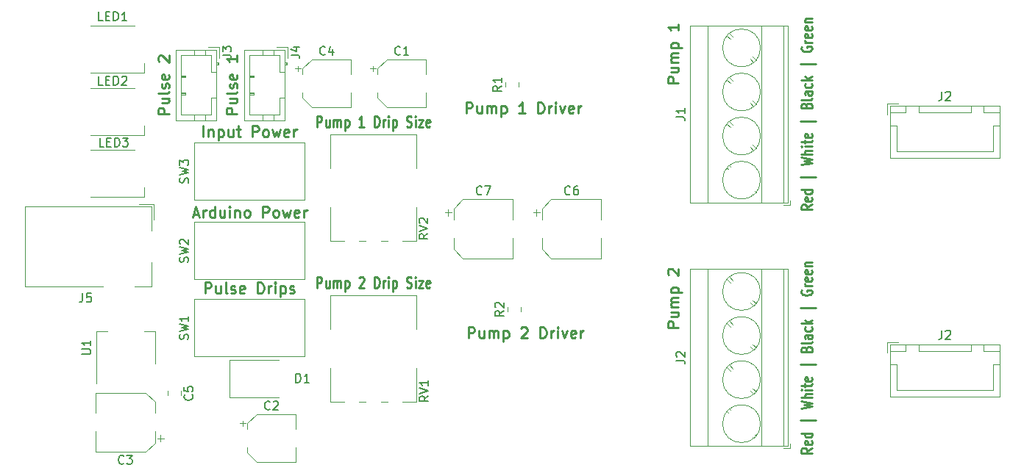
<source format=gto>
%MOIN*%
%OFA0B0*%
%FSLAX46Y46*%
%IPPOS*%
%LPD*%
%ADD10C,0.00984251968503937*%
%ADD11C,0.0047244094488188976*%
%ADD12C,0.005905511811023622*%
%ADD23C,0.0047244094488188976*%
%ADD24C,0.005905511811023622*%
%ADD25C,0.0047244094488188976*%
%ADD26C,0.005905511811023622*%
G01*
D10*
X0003582262Y0000159745D02*
X0003558828Y0000146622D01*
X0003582262Y0000137248D02*
X0003533050Y0000137248D01*
X0003533050Y0000152246D01*
X0003535393Y0000155995D01*
X0003537737Y0000157870D01*
X0003542424Y0000159745D01*
X0003549454Y0000159745D01*
X0003554141Y0000157870D01*
X0003556484Y0000155995D01*
X0003558828Y0000152246D01*
X0003558828Y0000137248D01*
X0003579919Y0000191616D02*
X0003582262Y0000187866D01*
X0003582262Y0000180367D01*
X0003579919Y0000176618D01*
X0003575232Y0000174743D01*
X0003556484Y0000174743D01*
X0003551797Y0000176618D01*
X0003549454Y0000180367D01*
X0003549454Y0000187866D01*
X0003551797Y0000191616D01*
X0003556484Y0000193491D01*
X0003561171Y0000193491D01*
X0003565858Y0000174743D01*
X0003582262Y0000227237D02*
X0003533050Y0000227237D01*
X0003579919Y0000227237D02*
X0003582262Y0000223487D01*
X0003582262Y0000215988D01*
X0003579919Y0000212238D01*
X0003577575Y0000210364D01*
X0003572888Y0000208489D01*
X0003558828Y0000208489D01*
X0003554141Y0000210364D01*
X0003551797Y0000212238D01*
X0003549454Y0000215988D01*
X0003549454Y0000223487D01*
X0003551797Y0000227237D01*
X0003598667Y0000285354D02*
X0003528363Y0000285354D01*
X0003533050Y0000339722D02*
X0003582262Y0000349096D01*
X0003547110Y0000356595D01*
X0003582262Y0000364094D01*
X0003533050Y0000373468D01*
X0003582262Y0000388466D02*
X0003533050Y0000388466D01*
X0003582262Y0000405339D02*
X0003556484Y0000405339D01*
X0003551797Y0000403465D01*
X0003549454Y0000399715D01*
X0003549454Y0000394091D01*
X0003551797Y0000390341D01*
X0003554141Y0000388466D01*
X0003582262Y0000424087D02*
X0003549454Y0000424087D01*
X0003533050Y0000424087D02*
X0003535393Y0000422212D01*
X0003537737Y0000424087D01*
X0003535393Y0000425962D01*
X0003533050Y0000424087D01*
X0003537737Y0000424087D01*
X0003549454Y0000437210D02*
X0003549454Y0000452208D01*
X0003533050Y0000442835D02*
X0003575232Y0000442835D01*
X0003579919Y0000444709D01*
X0003582262Y0000448459D01*
X0003582262Y0000452208D01*
X0003579919Y0000480330D02*
X0003582262Y0000476580D01*
X0003582262Y0000469081D01*
X0003579919Y0000465332D01*
X0003575232Y0000463457D01*
X0003556484Y0000463457D01*
X0003551797Y0000465332D01*
X0003549454Y0000469081D01*
X0003549454Y0000476580D01*
X0003551797Y0000480330D01*
X0003556484Y0000482205D01*
X0003561171Y0000482205D01*
X0003565858Y0000463457D01*
X0003598667Y0000538448D02*
X0003528363Y0000538448D01*
X0003556484Y0000609689D02*
X0003558828Y0000615313D01*
X0003561171Y0000617188D01*
X0003565858Y0000619063D01*
X0003572888Y0000619063D01*
X0003577575Y0000617188D01*
X0003579919Y0000615313D01*
X0003582262Y0000611564D01*
X0003582262Y0000596565D01*
X0003533050Y0000596565D01*
X0003533050Y0000609689D01*
X0003535393Y0000613438D01*
X0003537737Y0000615313D01*
X0003542424Y0000617188D01*
X0003547110Y0000617188D01*
X0003551797Y0000615313D01*
X0003554141Y0000613438D01*
X0003556484Y0000609689D01*
X0003556484Y0000596565D01*
X0003582262Y0000641560D02*
X0003579919Y0000637810D01*
X0003575232Y0000635935D01*
X0003533050Y0000635935D01*
X0003582262Y0000673431D02*
X0003556484Y0000673431D01*
X0003551797Y0000671556D01*
X0003549454Y0000667806D01*
X0003549454Y0000660307D01*
X0003551797Y0000656558D01*
X0003579919Y0000673431D02*
X0003582262Y0000669681D01*
X0003582262Y0000660307D01*
X0003579919Y0000656558D01*
X0003575232Y0000654683D01*
X0003570545Y0000654683D01*
X0003565858Y0000656558D01*
X0003563515Y0000660307D01*
X0003563515Y0000669681D01*
X0003561171Y0000673431D01*
X0003579919Y0000709051D02*
X0003582262Y0000705302D01*
X0003582262Y0000697803D01*
X0003579919Y0000694053D01*
X0003577575Y0000692178D01*
X0003572888Y0000690304D01*
X0003558828Y0000690304D01*
X0003554141Y0000692178D01*
X0003551797Y0000694053D01*
X0003549454Y0000697803D01*
X0003549454Y0000705302D01*
X0003551797Y0000709051D01*
X0003582262Y0000725924D02*
X0003533050Y0000725924D01*
X0003563515Y0000729674D02*
X0003582262Y0000740922D01*
X0003549454Y0000740922D02*
X0003568202Y0000725924D01*
X0003598667Y0000797165D02*
X0003528363Y0000797165D01*
X0003535393Y0000875905D02*
X0003533050Y0000872156D01*
X0003533050Y0000866532D01*
X0003535393Y0000860907D01*
X0003540080Y0000857158D01*
X0003544767Y0000855283D01*
X0003554141Y0000853408D01*
X0003561171Y0000853408D01*
X0003570545Y0000855283D01*
X0003575232Y0000857158D01*
X0003579919Y0000860907D01*
X0003582262Y0000866532D01*
X0003582262Y0000870281D01*
X0003579919Y0000875905D01*
X0003577575Y0000877780D01*
X0003561171Y0000877780D01*
X0003561171Y0000870281D01*
X0003582262Y0000894653D02*
X0003549454Y0000894653D01*
X0003558828Y0000894653D02*
X0003554141Y0000896528D01*
X0003551797Y0000898403D01*
X0003549454Y0000902152D01*
X0003549454Y0000905902D01*
X0003579919Y0000934023D02*
X0003582262Y0000930274D01*
X0003582262Y0000922775D01*
X0003579919Y0000919025D01*
X0003575232Y0000917150D01*
X0003556484Y0000917150D01*
X0003551797Y0000919025D01*
X0003549454Y0000922775D01*
X0003549454Y0000930274D01*
X0003551797Y0000934023D01*
X0003556484Y0000935898D01*
X0003561171Y0000935898D01*
X0003565858Y0000917150D01*
X0003579919Y0000967769D02*
X0003582262Y0000964019D01*
X0003582262Y0000956520D01*
X0003579919Y0000952771D01*
X0003575232Y0000950896D01*
X0003556484Y0000950896D01*
X0003551797Y0000952771D01*
X0003549454Y0000956520D01*
X0003549454Y0000964019D01*
X0003551797Y0000967769D01*
X0003556484Y0000969644D01*
X0003561171Y0000969644D01*
X0003565858Y0000950896D01*
X0003549454Y0000986517D02*
X0003582262Y0000986517D01*
X0003554141Y0000986517D02*
X0003551797Y0000988391D01*
X0003549454Y0000992141D01*
X0003549454Y0000997765D01*
X0003551797Y0001001515D01*
X0003556484Y0001003390D01*
X0003582262Y0001003390D01*
X0003582262Y0001264745D02*
X0003558828Y0001251622D01*
X0003582262Y0001242248D02*
X0003533050Y0001242248D01*
X0003533050Y0001257246D01*
X0003535393Y0001260995D01*
X0003537737Y0001262870D01*
X0003542424Y0001264745D01*
X0003549454Y0001264745D01*
X0003554141Y0001262870D01*
X0003556484Y0001260995D01*
X0003558828Y0001257246D01*
X0003558828Y0001242248D01*
X0003579919Y0001296616D02*
X0003582262Y0001292866D01*
X0003582262Y0001285367D01*
X0003579919Y0001281618D01*
X0003575232Y0001279743D01*
X0003556484Y0001279743D01*
X0003551797Y0001281618D01*
X0003549454Y0001285367D01*
X0003549454Y0001292866D01*
X0003551797Y0001296616D01*
X0003556484Y0001298491D01*
X0003561171Y0001298491D01*
X0003565858Y0001279743D01*
X0003582262Y0001332237D02*
X0003533050Y0001332237D01*
X0003579919Y0001332237D02*
X0003582262Y0001328487D01*
X0003582262Y0001320988D01*
X0003579919Y0001317238D01*
X0003577575Y0001315364D01*
X0003572888Y0001313489D01*
X0003558828Y0001313489D01*
X0003554141Y0001315364D01*
X0003551797Y0001317238D01*
X0003549454Y0001320988D01*
X0003549454Y0001328487D01*
X0003551797Y0001332237D01*
X0003598667Y0001390354D02*
X0003528363Y0001390354D01*
X0003533050Y0001444722D02*
X0003582262Y0001454096D01*
X0003547110Y0001461595D01*
X0003582262Y0001469094D01*
X0003533050Y0001478468D01*
X0003582262Y0001493466D02*
X0003533050Y0001493466D01*
X0003582262Y0001510339D02*
X0003556484Y0001510339D01*
X0003551797Y0001508465D01*
X0003549454Y0001504715D01*
X0003549454Y0001499091D01*
X0003551797Y0001495341D01*
X0003554141Y0001493466D01*
X0003582262Y0001529087D02*
X0003549454Y0001529087D01*
X0003533050Y0001529087D02*
X0003535393Y0001527212D01*
X0003537737Y0001529087D01*
X0003535393Y0001530962D01*
X0003533050Y0001529087D01*
X0003537737Y0001529087D01*
X0003549454Y0001542210D02*
X0003549454Y0001557208D01*
X0003533050Y0001547835D02*
X0003575232Y0001547835D01*
X0003579919Y0001549709D01*
X0003582262Y0001553459D01*
X0003582262Y0001557208D01*
X0003579919Y0001585330D02*
X0003582262Y0001581580D01*
X0003582262Y0001574081D01*
X0003579919Y0001570332D01*
X0003575232Y0001568457D01*
X0003556484Y0001568457D01*
X0003551797Y0001570332D01*
X0003549454Y0001574081D01*
X0003549454Y0001581580D01*
X0003551797Y0001585330D01*
X0003556484Y0001587205D01*
X0003561171Y0001587205D01*
X0003565858Y0001568457D01*
X0003598667Y0001643448D02*
X0003528363Y0001643448D01*
X0003556484Y0001714689D02*
X0003558828Y0001720313D01*
X0003561171Y0001722188D01*
X0003565858Y0001724063D01*
X0003572888Y0001724063D01*
X0003577575Y0001722188D01*
X0003579919Y0001720313D01*
X0003582262Y0001716564D01*
X0003582262Y0001701565D01*
X0003533050Y0001701565D01*
X0003533050Y0001714689D01*
X0003535393Y0001718438D01*
X0003537737Y0001720313D01*
X0003542424Y0001722188D01*
X0003547110Y0001722188D01*
X0003551797Y0001720313D01*
X0003554141Y0001718438D01*
X0003556484Y0001714689D01*
X0003556484Y0001701565D01*
X0003582262Y0001746560D02*
X0003579919Y0001742810D01*
X0003575232Y0001740935D01*
X0003533050Y0001740935D01*
X0003582262Y0001778431D02*
X0003556484Y0001778431D01*
X0003551797Y0001776556D01*
X0003549454Y0001772806D01*
X0003549454Y0001765307D01*
X0003551797Y0001761558D01*
X0003579919Y0001778431D02*
X0003582262Y0001774681D01*
X0003582262Y0001765307D01*
X0003579919Y0001761558D01*
X0003575232Y0001759683D01*
X0003570545Y0001759683D01*
X0003565858Y0001761558D01*
X0003563515Y0001765307D01*
X0003563515Y0001774681D01*
X0003561171Y0001778431D01*
X0003579919Y0001814051D02*
X0003582262Y0001810302D01*
X0003582262Y0001802803D01*
X0003579919Y0001799053D01*
X0003577575Y0001797178D01*
X0003572888Y0001795304D01*
X0003558828Y0001795304D01*
X0003554141Y0001797178D01*
X0003551797Y0001799053D01*
X0003549454Y0001802803D01*
X0003549454Y0001810302D01*
X0003551797Y0001814051D01*
X0003582262Y0001830924D02*
X0003533050Y0001830924D01*
X0003563515Y0001834674D02*
X0003582262Y0001845922D01*
X0003549454Y0001845922D02*
X0003568202Y0001830924D01*
X0003598667Y0001902165D02*
X0003528363Y0001902165D01*
X0003535393Y0001980905D02*
X0003533050Y0001977156D01*
X0003533050Y0001971532D01*
X0003535393Y0001965907D01*
X0003540080Y0001962158D01*
X0003544767Y0001960283D01*
X0003554141Y0001958408D01*
X0003561171Y0001958408D01*
X0003570545Y0001960283D01*
X0003575232Y0001962158D01*
X0003579919Y0001965907D01*
X0003582262Y0001971532D01*
X0003582262Y0001975281D01*
X0003579919Y0001980905D01*
X0003577575Y0001982780D01*
X0003561171Y0001982780D01*
X0003561171Y0001975281D01*
X0003582262Y0001999653D02*
X0003549454Y0001999653D01*
X0003558828Y0001999653D02*
X0003554141Y0002001528D01*
X0003551797Y0002003403D01*
X0003549454Y0002007152D01*
X0003549454Y0002010902D01*
X0003579919Y0002039023D02*
X0003582262Y0002035274D01*
X0003582262Y0002027775D01*
X0003579919Y0002024025D01*
X0003575232Y0002022150D01*
X0003556484Y0002022150D01*
X0003551797Y0002024025D01*
X0003549454Y0002027775D01*
X0003549454Y0002035274D01*
X0003551797Y0002039023D01*
X0003556484Y0002040898D01*
X0003561171Y0002040898D01*
X0003565858Y0002022150D01*
X0003579919Y0002072769D02*
X0003582262Y0002069019D01*
X0003582262Y0002061520D01*
X0003579919Y0002057771D01*
X0003575232Y0002055896D01*
X0003556484Y0002055896D01*
X0003551797Y0002057771D01*
X0003549454Y0002061520D01*
X0003549454Y0002069019D01*
X0003551797Y0002072769D01*
X0003556484Y0002074644D01*
X0003561171Y0002074644D01*
X0003565858Y0002055896D01*
X0003549454Y0002091517D02*
X0003582262Y0002091517D01*
X0003554141Y0002091517D02*
X0003551797Y0002093391D01*
X0003549454Y0002097141D01*
X0003549454Y0002102765D01*
X0003551797Y0002106515D01*
X0003556484Y0002108390D01*
X0003582262Y0002108390D01*
X0001338669Y0000887056D02*
X0001338669Y0000936268D01*
X0001353667Y0000936268D01*
X0001357416Y0000933925D01*
X0001359291Y0000931582D01*
X0001361166Y0000926895D01*
X0001361166Y0000919864D01*
X0001359291Y0000915177D01*
X0001357416Y0000912834D01*
X0001353667Y0000910490D01*
X0001338669Y0000910490D01*
X0001394912Y0000919864D02*
X0001394912Y0000887056D01*
X0001378039Y0000919864D02*
X0001378039Y0000894086D01*
X0001379914Y0000889399D01*
X0001383663Y0000887056D01*
X0001389287Y0000887056D01*
X0001393037Y0000889399D01*
X0001394912Y0000891743D01*
X0001413659Y0000887056D02*
X0001413659Y0000919864D01*
X0001413659Y0000915177D02*
X0001415534Y0000917521D01*
X0001419284Y0000919864D01*
X0001424908Y0000919864D01*
X0001428658Y0000917521D01*
X0001430532Y0000912834D01*
X0001430532Y0000887056D01*
X0001430532Y0000912834D02*
X0001432407Y0000917521D01*
X0001436157Y0000919864D01*
X0001441781Y0000919864D01*
X0001445530Y0000917521D01*
X0001447405Y0000912834D01*
X0001447405Y0000887056D01*
X0001466153Y0000919864D02*
X0001466153Y0000870652D01*
X0001466153Y0000917521D02*
X0001469902Y0000919864D01*
X0001477401Y0000919864D01*
X0001481151Y0000917521D01*
X0001483026Y0000915177D01*
X0001484900Y0000910490D01*
X0001484900Y0000896430D01*
X0001483026Y0000891743D01*
X0001481151Y0000889399D01*
X0001477401Y0000887056D01*
X0001469902Y0000887056D01*
X0001466153Y0000889399D01*
X0001529895Y0000931582D02*
X0001531770Y0000933925D01*
X0001535519Y0000936268D01*
X0001544893Y0000936268D01*
X0001548643Y0000933925D01*
X0001550517Y0000931582D01*
X0001552392Y0000926895D01*
X0001552392Y0000922208D01*
X0001550517Y0000915177D01*
X0001528020Y0000887056D01*
X0001552392Y0000887056D01*
X0001599261Y0000887056D02*
X0001599261Y0000936268D01*
X0001608635Y0000936268D01*
X0001614259Y0000933925D01*
X0001618009Y0000929238D01*
X0001619884Y0000924551D01*
X0001621758Y0000915177D01*
X0001621758Y0000908147D01*
X0001619884Y0000898773D01*
X0001618009Y0000894086D01*
X0001614259Y0000889399D01*
X0001608635Y0000887056D01*
X0001599261Y0000887056D01*
X0001638631Y0000887056D02*
X0001638631Y0000919864D01*
X0001638631Y0000910490D02*
X0001640506Y0000915177D01*
X0001642381Y0000917521D01*
X0001646130Y0000919864D01*
X0001649880Y0000919864D01*
X0001663003Y0000887056D02*
X0001663003Y0000919864D01*
X0001663003Y0000936268D02*
X0001661128Y0000933925D01*
X0001663003Y0000931582D01*
X0001664878Y0000933925D01*
X0001663003Y0000936268D01*
X0001663003Y0000931582D01*
X0001681751Y0000919864D02*
X0001681751Y0000870652D01*
X0001681751Y0000917521D02*
X0001685500Y0000919864D01*
X0001693000Y0000919864D01*
X0001696749Y0000917521D01*
X0001698624Y0000915177D01*
X0001700499Y0000910490D01*
X0001700499Y0000896430D01*
X0001698624Y0000891743D01*
X0001696749Y0000889399D01*
X0001693000Y0000887056D01*
X0001685500Y0000887056D01*
X0001681751Y0000889399D01*
X0001745493Y0000889399D02*
X0001751117Y0000887056D01*
X0001760491Y0000887056D01*
X0001764241Y0000889399D01*
X0001766115Y0000891743D01*
X0001767990Y0000896430D01*
X0001767990Y0000901117D01*
X0001766115Y0000905803D01*
X0001764241Y0000908147D01*
X0001760491Y0000910490D01*
X0001752992Y0000912834D01*
X0001749242Y0000915177D01*
X0001747368Y0000917521D01*
X0001745493Y0000922208D01*
X0001745493Y0000926895D01*
X0001747368Y0000931582D01*
X0001749242Y0000933925D01*
X0001752992Y0000936268D01*
X0001762366Y0000936268D01*
X0001767990Y0000933925D01*
X0001784863Y0000887056D02*
X0001784863Y0000919864D01*
X0001784863Y0000936268D02*
X0001782988Y0000933925D01*
X0001784863Y0000931582D01*
X0001786738Y0000933925D01*
X0001784863Y0000936268D01*
X0001784863Y0000931582D01*
X0001799861Y0000919864D02*
X0001820484Y0000919864D01*
X0001799861Y0000887056D01*
X0001820484Y0000887056D01*
X0001850480Y0000889399D02*
X0001846730Y0000887056D01*
X0001839231Y0000887056D01*
X0001835482Y0000889399D01*
X0001833607Y0000894086D01*
X0001833607Y0000912834D01*
X0001835482Y0000917521D01*
X0001839231Y0000919864D01*
X0001846730Y0000919864D01*
X0001850480Y0000917521D01*
X0001852355Y0000912834D01*
X0001852355Y0000908147D01*
X0001833607Y0000903460D01*
X0002025219Y0000658902D02*
X0002025219Y0000708115D01*
X0002043967Y0000708115D01*
X0002048654Y0000705771D01*
X0002050997Y0000703428D01*
X0002053341Y0000698741D01*
X0002053341Y0000691711D01*
X0002050997Y0000687024D01*
X0002048654Y0000684680D01*
X0002043967Y0000682337D01*
X0002025219Y0000682337D01*
X0002095523Y0000691711D02*
X0002095523Y0000658902D01*
X0002074432Y0000691711D02*
X0002074432Y0000665933D01*
X0002076775Y0000661246D01*
X0002081462Y0000658902D01*
X0002088493Y0000658902D01*
X0002093179Y0000661246D01*
X0002095523Y0000663589D01*
X0002118957Y0000658902D02*
X0002118957Y0000691711D01*
X0002118957Y0000687024D02*
X0002121301Y0000689367D01*
X0002125988Y0000691711D01*
X0002133018Y0000691711D01*
X0002137705Y0000689367D01*
X0002140049Y0000684680D01*
X0002140049Y0000658902D01*
X0002140049Y0000684680D02*
X0002142392Y0000689367D01*
X0002147079Y0000691711D01*
X0002154109Y0000691711D01*
X0002158796Y0000689367D01*
X0002161140Y0000684680D01*
X0002161140Y0000658902D01*
X0002184574Y0000691711D02*
X0002184574Y0000642498D01*
X0002184574Y0000689367D02*
X0002189261Y0000691711D01*
X0002198635Y0000691711D01*
X0002203322Y0000689367D01*
X0002205665Y0000687024D01*
X0002208009Y0000682337D01*
X0002208009Y0000668276D01*
X0002205665Y0000663589D01*
X0002203322Y0000661246D01*
X0002198635Y0000658902D01*
X0002189261Y0000658902D01*
X0002184574Y0000661246D01*
X0002264252Y0000703428D02*
X0002266595Y0000705771D01*
X0002271282Y0000708115D01*
X0002282999Y0000708115D01*
X0002287686Y0000705771D01*
X0002290030Y0000703428D01*
X0002292373Y0000698741D01*
X0002292373Y0000694054D01*
X0002290030Y0000687024D01*
X0002261908Y0000658902D01*
X0002292373Y0000658902D01*
X0002350960Y0000658902D02*
X0002350960Y0000708115D01*
X0002362677Y0000708115D01*
X0002369707Y0000705771D01*
X0002374394Y0000701085D01*
X0002376738Y0000696398D01*
X0002379081Y0000687024D01*
X0002379081Y0000679993D01*
X0002376738Y0000670620D01*
X0002374394Y0000665933D01*
X0002369707Y0000661246D01*
X0002362677Y0000658902D01*
X0002350960Y0000658902D01*
X0002400172Y0000658902D02*
X0002400172Y0000691711D01*
X0002400172Y0000682337D02*
X0002402516Y0000687024D01*
X0002404859Y0000689367D01*
X0002409546Y0000691711D01*
X0002414233Y0000691711D01*
X0002430637Y0000658902D02*
X0002430637Y0000691711D01*
X0002430637Y0000708115D02*
X0002428294Y0000705771D01*
X0002430637Y0000703428D01*
X0002432981Y0000705771D01*
X0002430637Y0000708115D01*
X0002430637Y0000703428D01*
X0002449385Y0000691711D02*
X0002461102Y0000658902D01*
X0002472819Y0000691711D01*
X0002510315Y0000661246D02*
X0002505628Y0000658902D01*
X0002496254Y0000658902D01*
X0002491567Y0000661246D01*
X0002489224Y0000665933D01*
X0002489224Y0000684680D01*
X0002491567Y0000689367D01*
X0002496254Y0000691711D01*
X0002505628Y0000691711D01*
X0002510315Y0000689367D01*
X0002512658Y0000684680D01*
X0002512658Y0000679993D01*
X0002489224Y0000675306D01*
X0002533749Y0000658902D02*
X0002533749Y0000691711D01*
X0002533749Y0000682337D02*
X0002536093Y0000687024D01*
X0002538436Y0000689367D01*
X0002543123Y0000691711D01*
X0002547810Y0000691711D01*
X0002015219Y0001678902D02*
X0002015219Y0001728115D01*
X0002033967Y0001728115D01*
X0002038654Y0001725771D01*
X0002040997Y0001723428D01*
X0002043341Y0001718741D01*
X0002043341Y0001711711D01*
X0002040997Y0001707024D01*
X0002038654Y0001704680D01*
X0002033967Y0001702337D01*
X0002015219Y0001702337D01*
X0002085523Y0001711711D02*
X0002085523Y0001678902D01*
X0002064432Y0001711711D02*
X0002064432Y0001685933D01*
X0002066775Y0001681246D01*
X0002071462Y0001678902D01*
X0002078493Y0001678902D01*
X0002083179Y0001681246D01*
X0002085523Y0001683589D01*
X0002108957Y0001678902D02*
X0002108957Y0001711711D01*
X0002108957Y0001707024D02*
X0002111301Y0001709367D01*
X0002115988Y0001711711D01*
X0002123018Y0001711711D01*
X0002127705Y0001709367D01*
X0002130049Y0001704680D01*
X0002130049Y0001678902D01*
X0002130049Y0001704680D02*
X0002132392Y0001709367D01*
X0002137079Y0001711711D01*
X0002144109Y0001711711D01*
X0002148796Y0001709367D01*
X0002151140Y0001704680D01*
X0002151140Y0001678902D01*
X0002174574Y0001711711D02*
X0002174574Y0001662498D01*
X0002174574Y0001709367D02*
X0002179261Y0001711711D01*
X0002188635Y0001711711D01*
X0002193322Y0001709367D01*
X0002195665Y0001707024D01*
X0002198009Y0001702337D01*
X0002198009Y0001688276D01*
X0002195665Y0001683589D01*
X0002193322Y0001681246D01*
X0002188635Y0001678902D01*
X0002179261Y0001678902D01*
X0002174574Y0001681246D01*
X0002282373Y0001678902D02*
X0002254252Y0001678902D01*
X0002268313Y0001678902D02*
X0002268313Y0001728115D01*
X0002263626Y0001721085D01*
X0002258939Y0001716398D01*
X0002254252Y0001714054D01*
X0002340960Y0001678902D02*
X0002340960Y0001728115D01*
X0002352677Y0001728115D01*
X0002359707Y0001725771D01*
X0002364394Y0001721085D01*
X0002366738Y0001716398D01*
X0002369081Y0001707024D01*
X0002369081Y0001699993D01*
X0002366738Y0001690620D01*
X0002364394Y0001685933D01*
X0002359707Y0001681246D01*
X0002352677Y0001678902D01*
X0002340960Y0001678902D01*
X0002390172Y0001678902D02*
X0002390172Y0001711711D01*
X0002390172Y0001702337D02*
X0002392516Y0001707024D01*
X0002394859Y0001709367D01*
X0002399546Y0001711711D01*
X0002404233Y0001711711D01*
X0002420637Y0001678902D02*
X0002420637Y0001711711D01*
X0002420637Y0001728115D02*
X0002418294Y0001725771D01*
X0002420637Y0001723428D01*
X0002422981Y0001725771D01*
X0002420637Y0001728115D01*
X0002420637Y0001723428D01*
X0002439385Y0001711711D02*
X0002451102Y0001678902D01*
X0002462820Y0001711711D01*
X0002500315Y0001681246D02*
X0002495628Y0001678902D01*
X0002486254Y0001678902D01*
X0002481567Y0001681246D01*
X0002479224Y0001685933D01*
X0002479224Y0001704680D01*
X0002481567Y0001709367D01*
X0002486254Y0001711711D01*
X0002495628Y0001711711D01*
X0002500315Y0001709367D01*
X0002502658Y0001704680D01*
X0002502658Y0001699993D01*
X0002479224Y0001695306D01*
X0002523749Y0001678902D02*
X0002523749Y0001711711D01*
X0002523749Y0001702337D02*
X0002526093Y0001707024D01*
X0002528436Y0001709367D01*
X0002533123Y0001711711D01*
X0002537810Y0001711711D01*
X0002977262Y0000706913D02*
X0002928050Y0000706913D01*
X0002928050Y0000725661D01*
X0002930393Y0000730348D01*
X0002932737Y0000732691D01*
X0002937424Y0000735035D01*
X0002944454Y0000735035D01*
X0002949141Y0000732691D01*
X0002951484Y0000730348D01*
X0002953828Y0000725661D01*
X0002953828Y0000706913D01*
X0002944454Y0000777217D02*
X0002977262Y0000777217D01*
X0002944454Y0000756126D02*
X0002970232Y0000756126D01*
X0002974919Y0000758469D01*
X0002977262Y0000763156D01*
X0002977262Y0000770187D01*
X0002974919Y0000774874D01*
X0002972575Y0000777217D01*
X0002977262Y0000800652D02*
X0002944454Y0000800652D01*
X0002949141Y0000800652D02*
X0002946797Y0000802995D01*
X0002944454Y0000807682D01*
X0002944454Y0000814712D01*
X0002946797Y0000819399D01*
X0002951484Y0000821743D01*
X0002977262Y0000821743D01*
X0002951484Y0000821743D02*
X0002946797Y0000824086D01*
X0002944454Y0000828773D01*
X0002944454Y0000835803D01*
X0002946797Y0000840490D01*
X0002951484Y0000842834D01*
X0002977262Y0000842834D01*
X0002944454Y0000866268D02*
X0002993667Y0000866268D01*
X0002946797Y0000866268D02*
X0002944454Y0000870955D01*
X0002944454Y0000880329D01*
X0002946797Y0000885016D01*
X0002949141Y0000887360D01*
X0002953828Y0000889703D01*
X0002967888Y0000889703D01*
X0002972575Y0000887360D01*
X0002974919Y0000885016D01*
X0002977262Y0000880329D01*
X0002977262Y0000870955D01*
X0002974919Y0000866268D01*
X0002932737Y0000945946D02*
X0002930393Y0000948289D01*
X0002928050Y0000952976D01*
X0002928050Y0000964694D01*
X0002930393Y0000969381D01*
X0002932737Y0000971724D01*
X0002937424Y0000974067D01*
X0002942110Y0000974067D01*
X0002949141Y0000971724D01*
X0002977262Y0000943602D01*
X0002977262Y0000974067D01*
X0002977262Y0001816913D02*
X0002928050Y0001816913D01*
X0002928050Y0001835661D01*
X0002930393Y0001840348D01*
X0002932737Y0001842691D01*
X0002937424Y0001845035D01*
X0002944454Y0001845035D01*
X0002949141Y0001842691D01*
X0002951484Y0001840348D01*
X0002953828Y0001835661D01*
X0002953828Y0001816913D01*
X0002944454Y0001887217D02*
X0002977262Y0001887217D01*
X0002944454Y0001866126D02*
X0002970232Y0001866126D01*
X0002974919Y0001868469D01*
X0002977262Y0001873156D01*
X0002977262Y0001880187D01*
X0002974919Y0001884874D01*
X0002972575Y0001887217D01*
X0002977262Y0001910652D02*
X0002944454Y0001910652D01*
X0002949141Y0001910652D02*
X0002946797Y0001912995D01*
X0002944454Y0001917682D01*
X0002944454Y0001924712D01*
X0002946797Y0001929399D01*
X0002951484Y0001931743D01*
X0002977262Y0001931743D01*
X0002951484Y0001931743D02*
X0002946797Y0001934086D01*
X0002944454Y0001938773D01*
X0002944454Y0001945803D01*
X0002946797Y0001950490D01*
X0002951484Y0001952834D01*
X0002977262Y0001952834D01*
X0002944454Y0001976268D02*
X0002993667Y0001976268D01*
X0002946797Y0001976268D02*
X0002944454Y0001980955D01*
X0002944454Y0001990329D01*
X0002946797Y0001995016D01*
X0002949141Y0001997360D01*
X0002953828Y0001999703D01*
X0002967888Y0001999703D01*
X0002972575Y0001997360D01*
X0002974919Y0001995016D01*
X0002977262Y0001990329D01*
X0002977262Y0001980955D01*
X0002974919Y0001976268D01*
X0002977262Y0002084067D02*
X0002977262Y0002055946D01*
X0002977262Y0002070007D02*
X0002928050Y0002070007D01*
X0002935080Y0002065320D01*
X0002939767Y0002060633D01*
X0002942110Y0002055946D01*
X0001338669Y0001617056D02*
X0001338669Y0001666268D01*
X0001353667Y0001666268D01*
X0001357416Y0001663925D01*
X0001359291Y0001661582D01*
X0001361166Y0001656895D01*
X0001361166Y0001649864D01*
X0001359291Y0001645177D01*
X0001357416Y0001642834D01*
X0001353667Y0001640490D01*
X0001338669Y0001640490D01*
X0001394912Y0001649864D02*
X0001394912Y0001617056D01*
X0001378039Y0001649864D02*
X0001378039Y0001624086D01*
X0001379914Y0001619399D01*
X0001383663Y0001617056D01*
X0001389287Y0001617056D01*
X0001393037Y0001619399D01*
X0001394912Y0001621743D01*
X0001413659Y0001617056D02*
X0001413659Y0001649864D01*
X0001413659Y0001645177D02*
X0001415534Y0001647521D01*
X0001419284Y0001649864D01*
X0001424908Y0001649864D01*
X0001428658Y0001647521D01*
X0001430532Y0001642834D01*
X0001430532Y0001617056D01*
X0001430532Y0001642834D02*
X0001432407Y0001647521D01*
X0001436157Y0001649864D01*
X0001441781Y0001649864D01*
X0001445530Y0001647521D01*
X0001447405Y0001642834D01*
X0001447405Y0001617056D01*
X0001466153Y0001649864D02*
X0001466153Y0001600652D01*
X0001466153Y0001647521D02*
X0001469902Y0001649864D01*
X0001477401Y0001649864D01*
X0001481151Y0001647521D01*
X0001483026Y0001645177D01*
X0001484900Y0001640490D01*
X0001484900Y0001626430D01*
X0001483026Y0001621743D01*
X0001481151Y0001619399D01*
X0001477401Y0001617056D01*
X0001469902Y0001617056D01*
X0001466153Y0001619399D01*
X0001552392Y0001617056D02*
X0001529895Y0001617056D01*
X0001541143Y0001617056D02*
X0001541143Y0001666268D01*
X0001537394Y0001659238D01*
X0001533644Y0001654551D01*
X0001529895Y0001652208D01*
X0001599261Y0001617056D02*
X0001599261Y0001666268D01*
X0001608635Y0001666268D01*
X0001614259Y0001663925D01*
X0001618009Y0001659238D01*
X0001619884Y0001654551D01*
X0001621758Y0001645177D01*
X0001621758Y0001638147D01*
X0001619884Y0001628773D01*
X0001618009Y0001624086D01*
X0001614259Y0001619399D01*
X0001608635Y0001617056D01*
X0001599261Y0001617056D01*
X0001638631Y0001617056D02*
X0001638631Y0001649864D01*
X0001638631Y0001640490D02*
X0001640506Y0001645177D01*
X0001642381Y0001647521D01*
X0001646130Y0001649864D01*
X0001649880Y0001649864D01*
X0001663003Y0001617056D02*
X0001663003Y0001649864D01*
X0001663003Y0001666268D02*
X0001661128Y0001663925D01*
X0001663003Y0001661582D01*
X0001664878Y0001663925D01*
X0001663003Y0001666268D01*
X0001663003Y0001661582D01*
X0001681751Y0001649864D02*
X0001681751Y0001600652D01*
X0001681751Y0001647521D02*
X0001685500Y0001649864D01*
X0001693000Y0001649864D01*
X0001696749Y0001647521D01*
X0001698624Y0001645177D01*
X0001700499Y0001640490D01*
X0001700499Y0001626430D01*
X0001698624Y0001621743D01*
X0001696749Y0001619399D01*
X0001693000Y0001617056D01*
X0001685500Y0001617056D01*
X0001681751Y0001619399D01*
X0001745493Y0001619399D02*
X0001751117Y0001617056D01*
X0001760491Y0001617056D01*
X0001764241Y0001619399D01*
X0001766115Y0001621743D01*
X0001767990Y0001626430D01*
X0001767990Y0001631117D01*
X0001766115Y0001635803D01*
X0001764241Y0001638147D01*
X0001760491Y0001640490D01*
X0001752992Y0001642834D01*
X0001749242Y0001645177D01*
X0001747368Y0001647521D01*
X0001745493Y0001652208D01*
X0001745493Y0001656895D01*
X0001747368Y0001661582D01*
X0001749242Y0001663925D01*
X0001752992Y0001666268D01*
X0001762366Y0001666268D01*
X0001767990Y0001663925D01*
X0001784863Y0001617056D02*
X0001784863Y0001649864D01*
X0001784863Y0001666268D02*
X0001782988Y0001663925D01*
X0001784863Y0001661582D01*
X0001786738Y0001663925D01*
X0001784863Y0001666268D01*
X0001784863Y0001661582D01*
X0001799861Y0001649864D02*
X0001820484Y0001649864D01*
X0001799861Y0001617056D01*
X0001820484Y0001617056D01*
X0001850480Y0001619399D02*
X0001846730Y0001617056D01*
X0001839231Y0001617056D01*
X0001835482Y0001619399D01*
X0001833607Y0001624086D01*
X0001833607Y0001642834D01*
X0001835482Y0001647521D01*
X0001839231Y0001649864D01*
X0001846730Y0001649864D01*
X0001850480Y0001647521D01*
X0001852355Y0001642834D01*
X0001852355Y0001638147D01*
X0001833607Y0001633460D01*
X0000831462Y0000862056D02*
X0000831462Y0000911268D01*
X0000850210Y0000911268D01*
X0000854897Y0000908925D01*
X0000857240Y0000906582D01*
X0000859584Y0000901895D01*
X0000859584Y0000894864D01*
X0000857240Y0000890177D01*
X0000854897Y0000887834D01*
X0000850210Y0000885490D01*
X0000831462Y0000885490D01*
X0000901766Y0000894864D02*
X0000901766Y0000862056D01*
X0000880675Y0000894864D02*
X0000880675Y0000869086D01*
X0000883018Y0000864399D01*
X0000887705Y0000862056D01*
X0000894736Y0000862056D01*
X0000899422Y0000864399D01*
X0000901766Y0000866743D01*
X0000932231Y0000862056D02*
X0000927544Y0000864399D01*
X0000925200Y0000869086D01*
X0000925200Y0000911268D01*
X0000948635Y0000864399D02*
X0000953322Y0000862056D01*
X0000962696Y0000862056D01*
X0000967383Y0000864399D01*
X0000969726Y0000869086D01*
X0000969726Y0000871430D01*
X0000967383Y0000876117D01*
X0000962696Y0000878460D01*
X0000955665Y0000878460D01*
X0000950978Y0000880803D01*
X0000948635Y0000885490D01*
X0000948635Y0000887834D01*
X0000950978Y0000892521D01*
X0000955665Y0000894864D01*
X0000962696Y0000894864D01*
X0000967383Y0000892521D01*
X0001009565Y0000864399D02*
X0001004878Y0000862056D01*
X0000995504Y0000862056D01*
X0000990817Y0000864399D01*
X0000988474Y0000869086D01*
X0000988474Y0000887834D01*
X0000990817Y0000892521D01*
X0000995504Y0000894864D01*
X0001004878Y0000894864D01*
X0001009565Y0000892521D01*
X0001011908Y0000887834D01*
X0001011908Y0000883147D01*
X0000988474Y0000878460D01*
X0001070495Y0000862056D02*
X0001070495Y0000911268D01*
X0001082212Y0000911268D01*
X0001089242Y0000908925D01*
X0001093929Y0000904238D01*
X0001096273Y0000899551D01*
X0001098616Y0000890177D01*
X0001098616Y0000883147D01*
X0001096273Y0000873773D01*
X0001093929Y0000869086D01*
X0001089242Y0000864399D01*
X0001082212Y0000862056D01*
X0001070495Y0000862056D01*
X0001119707Y0000862056D02*
X0001119707Y0000894864D01*
X0001119707Y0000885490D02*
X0001122051Y0000890177D01*
X0001124394Y0000892521D01*
X0001129081Y0000894864D01*
X0001133768Y0000894864D01*
X0001150172Y0000862056D02*
X0001150172Y0000894864D01*
X0001150172Y0000911268D02*
X0001147829Y0000908925D01*
X0001150172Y0000906582D01*
X0001152516Y0000908925D01*
X0001150172Y0000911268D01*
X0001150172Y0000906582D01*
X0001173607Y0000894864D02*
X0001173607Y0000845652D01*
X0001173607Y0000892521D02*
X0001178294Y0000894864D01*
X0001187668Y0000894864D01*
X0001192355Y0000892521D01*
X0001194698Y0000890177D01*
X0001197041Y0000885490D01*
X0001197041Y0000871430D01*
X0001194698Y0000866743D01*
X0001192355Y0000864399D01*
X0001187668Y0000862056D01*
X0001178294Y0000862056D01*
X0001173607Y0000864399D01*
X0001215789Y0000864399D02*
X0001220476Y0000862056D01*
X0001229850Y0000862056D01*
X0001234537Y0000864399D01*
X0001236880Y0000869086D01*
X0001236880Y0000871430D01*
X0001234537Y0000876117D01*
X0001229850Y0000878460D01*
X0001222819Y0000878460D01*
X0001218133Y0000880803D01*
X0001215789Y0000885490D01*
X0001215789Y0000887834D01*
X0001218133Y0000892521D01*
X0001222819Y0000894864D01*
X0001229850Y0000894864D01*
X0001234537Y0000892521D01*
X0000779563Y0001221117D02*
X0000802997Y0001221117D01*
X0000774876Y0001207056D02*
X0000791280Y0001256268D01*
X0000807684Y0001207056D01*
X0000824088Y0001207056D02*
X0000824088Y0001239864D01*
X0000824088Y0001230490D02*
X0000826432Y0001235177D01*
X0000828775Y0001237521D01*
X0000833462Y0001239864D01*
X0000838149Y0001239864D01*
X0000875644Y0001207056D02*
X0000875644Y0001256268D01*
X0000875644Y0001209399D02*
X0000870957Y0001207056D01*
X0000861584Y0001207056D01*
X0000856897Y0001209399D01*
X0000854553Y0001211743D01*
X0000852210Y0001216430D01*
X0000852210Y0001230490D01*
X0000854553Y0001235177D01*
X0000856897Y0001237521D01*
X0000861584Y0001239864D01*
X0000870957Y0001239864D01*
X0000875644Y0001237521D01*
X0000920170Y0001239864D02*
X0000920170Y0001207056D01*
X0000899079Y0001239864D02*
X0000899079Y0001214086D01*
X0000901422Y0001209399D01*
X0000906109Y0001207056D01*
X0000913140Y0001207056D01*
X0000917827Y0001209399D01*
X0000920170Y0001211743D01*
X0000943605Y0001207056D02*
X0000943605Y0001239864D01*
X0000943605Y0001256268D02*
X0000941261Y0001253925D01*
X0000943605Y0001251582D01*
X0000945948Y0001253925D01*
X0000943605Y0001256268D01*
X0000943605Y0001251582D01*
X0000967039Y0001239864D02*
X0000967039Y0001207056D01*
X0000967039Y0001235177D02*
X0000969383Y0001237521D01*
X0000974070Y0001239864D01*
X0000981100Y0001239864D01*
X0000985787Y0001237521D01*
X0000988130Y0001232834D01*
X0000988130Y0001207056D01*
X0001018595Y0001207056D02*
X0001013908Y0001209399D01*
X0001011565Y0001211743D01*
X0001009221Y0001216430D01*
X0001009221Y0001230490D01*
X0001011565Y0001235177D01*
X0001013908Y0001237521D01*
X0001018595Y0001239864D01*
X0001025626Y0001239864D01*
X0001030313Y0001237521D01*
X0001032656Y0001235177D01*
X0001035000Y0001230490D01*
X0001035000Y0001216430D01*
X0001032656Y0001211743D01*
X0001030313Y0001209399D01*
X0001025626Y0001207056D01*
X0001018595Y0001207056D01*
X0001093586Y0001207056D02*
X0001093586Y0001256268D01*
X0001112334Y0001256268D01*
X0001117020Y0001253925D01*
X0001119364Y0001251582D01*
X0001121707Y0001246895D01*
X0001121707Y0001239864D01*
X0001119364Y0001235177D01*
X0001117020Y0001232834D01*
X0001112334Y0001230490D01*
X0001093586Y0001230490D01*
X0001149829Y0001207056D02*
X0001145142Y0001209399D01*
X0001142798Y0001211743D01*
X0001140455Y0001216430D01*
X0001140455Y0001230490D01*
X0001142798Y0001235177D01*
X0001145142Y0001237521D01*
X0001149829Y0001239864D01*
X0001156859Y0001239864D01*
X0001161546Y0001237521D01*
X0001163890Y0001235177D01*
X0001166233Y0001230490D01*
X0001166233Y0001216430D01*
X0001163890Y0001211743D01*
X0001161546Y0001209399D01*
X0001156859Y0001207056D01*
X0001149829Y0001207056D01*
X0001182637Y0001239864D02*
X0001192011Y0001207056D01*
X0001201385Y0001230490D01*
X0001210759Y0001207056D01*
X0001220133Y0001239864D01*
X0001257628Y0001209399D02*
X0001252941Y0001207056D01*
X0001243567Y0001207056D01*
X0001238880Y0001209399D01*
X0001236537Y0001214086D01*
X0001236537Y0001232834D01*
X0001238880Y0001237521D01*
X0001243567Y0001239864D01*
X0001252941Y0001239864D01*
X0001257628Y0001237521D01*
X0001259971Y0001232834D01*
X0001259971Y0001228147D01*
X0001236537Y0001223460D01*
X0001281062Y0001207056D02*
X0001281062Y0001239864D01*
X0001281062Y0001230490D02*
X0001283406Y0001235177D01*
X0001285749Y0001237521D01*
X0001290436Y0001239864D01*
X0001295123Y0001239864D01*
X0000824432Y0001572056D02*
X0000824432Y0001621268D01*
X0000847866Y0001604864D02*
X0000847866Y0001572056D01*
X0000847866Y0001600177D02*
X0000850210Y0001602521D01*
X0000854897Y0001604864D01*
X0000861927Y0001604864D01*
X0000866614Y0001602521D01*
X0000868957Y0001597834D01*
X0000868957Y0001572056D01*
X0000892392Y0001604864D02*
X0000892392Y0001555652D01*
X0000892392Y0001602521D02*
X0000897079Y0001604864D01*
X0000906453Y0001604864D01*
X0000911140Y0001602521D01*
X0000913483Y0001600177D01*
X0000915827Y0001595490D01*
X0000915827Y0001581430D01*
X0000913483Y0001576743D01*
X0000911140Y0001574399D01*
X0000906453Y0001572056D01*
X0000897079Y0001572056D01*
X0000892392Y0001574399D01*
X0000958009Y0001604864D02*
X0000958009Y0001572056D01*
X0000936918Y0001604864D02*
X0000936918Y0001579086D01*
X0000939261Y0001574399D01*
X0000943948Y0001572056D01*
X0000950978Y0001572056D01*
X0000955665Y0001574399D01*
X0000958009Y0001576743D01*
X0000974413Y0001604864D02*
X0000993161Y0001604864D01*
X0000981443Y0001621268D02*
X0000981443Y0001579086D01*
X0000983787Y0001574399D01*
X0000988474Y0001572056D01*
X0000993161Y0001572056D01*
X0001047060Y0001572056D02*
X0001047060Y0001621268D01*
X0001065808Y0001621268D01*
X0001070495Y0001618925D01*
X0001072838Y0001616582D01*
X0001075182Y0001611895D01*
X0001075182Y0001604864D01*
X0001072838Y0001600177D01*
X0001070495Y0001597834D01*
X0001065808Y0001595490D01*
X0001047060Y0001595490D01*
X0001103303Y0001572056D02*
X0001098616Y0001574399D01*
X0001096273Y0001576743D01*
X0001093929Y0001581430D01*
X0001093929Y0001595490D01*
X0001096273Y0001600177D01*
X0001098616Y0001602521D01*
X0001103303Y0001604864D01*
X0001110334Y0001604864D01*
X0001115020Y0001602521D01*
X0001117364Y0001600177D01*
X0001119707Y0001595490D01*
X0001119707Y0001581430D01*
X0001117364Y0001576743D01*
X0001115020Y0001574399D01*
X0001110334Y0001572056D01*
X0001103303Y0001572056D01*
X0001136112Y0001604864D02*
X0001145485Y0001572056D01*
X0001154859Y0001595490D01*
X0001164233Y0001572056D01*
X0001173607Y0001604864D01*
X0001211102Y0001574399D02*
X0001206415Y0001572056D01*
X0001197041Y0001572056D01*
X0001192355Y0001574399D01*
X0001190011Y0001579086D01*
X0001190011Y0001597834D01*
X0001192355Y0001602521D01*
X0001197041Y0001604864D01*
X0001206415Y0001604864D01*
X0001211102Y0001602521D01*
X0001213446Y0001597834D01*
X0001213446Y0001593147D01*
X0001190011Y0001588460D01*
X0001234537Y0001572056D02*
X0001234537Y0001604864D01*
X0001234537Y0001595490D02*
X0001236880Y0001600177D01*
X0001239224Y0001602521D01*
X0001243911Y0001604864D01*
X0001248597Y0001604864D01*
X0000977262Y0001676345D02*
X0000928050Y0001676345D01*
X0000928050Y0001695093D01*
X0000930393Y0001699779D01*
X0000932737Y0001702123D01*
X0000937424Y0001704466D01*
X0000944454Y0001704466D01*
X0000949141Y0001702123D01*
X0000951484Y0001699779D01*
X0000953828Y0001695093D01*
X0000953828Y0001676345D01*
X0000944454Y0001746649D02*
X0000977262Y0001746649D01*
X0000944454Y0001725557D02*
X0000970232Y0001725557D01*
X0000974919Y0001727901D01*
X0000977262Y0001732588D01*
X0000977262Y0001739618D01*
X0000974919Y0001744305D01*
X0000972575Y0001746649D01*
X0000977262Y0001777114D02*
X0000974919Y0001772427D01*
X0000970232Y0001770083D01*
X0000928050Y0001770083D01*
X0000974919Y0001793518D02*
X0000977262Y0001798205D01*
X0000977262Y0001807578D01*
X0000974919Y0001812265D01*
X0000970232Y0001814609D01*
X0000967888Y0001814609D01*
X0000963202Y0001812265D01*
X0000960858Y0001807578D01*
X0000960858Y0001800548D01*
X0000958515Y0001795861D01*
X0000953828Y0001793518D01*
X0000951484Y0001793518D01*
X0000946797Y0001795861D01*
X0000944454Y0001800548D01*
X0000944454Y0001807578D01*
X0000946797Y0001812265D01*
X0000974919Y0001854448D02*
X0000977262Y0001849761D01*
X0000977262Y0001840387D01*
X0000974919Y0001835700D01*
X0000970232Y0001833356D01*
X0000951484Y0001833356D01*
X0000946797Y0001835700D01*
X0000944454Y0001840387D01*
X0000944454Y0001849761D01*
X0000946797Y0001854448D01*
X0000951484Y0001856791D01*
X0000956171Y0001856791D01*
X0000960858Y0001833356D01*
X0000977262Y0001941156D02*
X0000977262Y0001913034D01*
X0000977262Y0001927095D02*
X0000928050Y0001927095D01*
X0000935080Y0001922408D01*
X0000939767Y0001917721D01*
X0000942110Y0001913034D01*
X0000668262Y0001676345D02*
X0000619050Y0001676345D01*
X0000619050Y0001695093D01*
X0000621393Y0001699779D01*
X0000623737Y0001702123D01*
X0000628424Y0001704466D01*
X0000635454Y0001704466D01*
X0000640141Y0001702123D01*
X0000642484Y0001699779D01*
X0000644828Y0001695093D01*
X0000644828Y0001676345D01*
X0000635454Y0001746649D02*
X0000668262Y0001746649D01*
X0000635454Y0001725557D02*
X0000661232Y0001725557D01*
X0000665919Y0001727901D01*
X0000668262Y0001732588D01*
X0000668262Y0001739618D01*
X0000665919Y0001744305D01*
X0000663575Y0001746649D01*
X0000668262Y0001777114D02*
X0000665919Y0001772427D01*
X0000661232Y0001770083D01*
X0000619050Y0001770083D01*
X0000665919Y0001793518D02*
X0000668262Y0001798205D01*
X0000668262Y0001807578D01*
X0000665919Y0001812265D01*
X0000661232Y0001814609D01*
X0000658888Y0001814609D01*
X0000654202Y0001812265D01*
X0000651858Y0001807578D01*
X0000651858Y0001800548D01*
X0000649515Y0001795861D01*
X0000644828Y0001793518D01*
X0000642484Y0001793518D01*
X0000637797Y0001795861D01*
X0000635454Y0001800548D01*
X0000635454Y0001807578D01*
X0000637797Y0001812265D01*
X0000665919Y0001854448D02*
X0000668262Y0001849761D01*
X0000668262Y0001840387D01*
X0000665919Y0001835700D01*
X0000661232Y0001833356D01*
X0000642484Y0001833356D01*
X0000637797Y0001835700D01*
X0000635454Y0001840387D01*
X0000635454Y0001849761D01*
X0000637797Y0001854448D01*
X0000642484Y0001856791D01*
X0000647171Y0001856791D01*
X0000651858Y0001833356D01*
X0000623737Y0001913034D02*
X0000621393Y0001915377D01*
X0000619050Y0001920064D01*
X0000619050Y0001931782D01*
X0000621393Y0001936469D01*
X0000623737Y0001938812D01*
X0000628424Y0001941156D01*
X0000633110Y0001941156D01*
X0000640141Y0001938812D01*
X0000668262Y0001910691D01*
X0000668262Y0001941156D01*
D11*
X0001592586Y0001893960D02*
X0001592586Y0001869354D01*
X0001580283Y0001881657D02*
X0001604889Y0001881657D01*
X0001614338Y0001748564D02*
X0001656245Y0001706657D01*
X0001614338Y0001882073D02*
X0001656245Y0001923980D01*
X0001614338Y0001882073D02*
X0001614338Y0001857051D01*
X0001614338Y0001748564D02*
X0001614338Y0001773586D01*
X0001656245Y0001706657D02*
X0001831661Y0001706657D01*
X0001656245Y0001923980D02*
X0001831661Y0001923980D01*
X0001831661Y0001923980D02*
X0001831661Y0001857051D01*
X0001831661Y0001706657D02*
X0001831661Y0001773586D01*
X0001241661Y0000096657D02*
X0001241661Y0000163586D01*
X0001241661Y0000313980D02*
X0001241661Y0000247051D01*
X0001066245Y0000313980D02*
X0001241661Y0000313980D01*
X0001066245Y0000096657D02*
X0001241661Y0000096657D01*
X0001024338Y0000138564D02*
X0001024338Y0000163586D01*
X0001024338Y0000272073D02*
X0001024338Y0000247051D01*
X0001024338Y0000272073D02*
X0001066245Y0000313980D01*
X0001024338Y0000138564D02*
X0001066245Y0000096657D01*
X0000990283Y0000271657D02*
X0001014889Y0000271657D01*
X0001002586Y0000283960D02*
X0001002586Y0000259354D01*
X0000630194Y0000188065D02*
X0000630194Y0000219069D01*
X0000645696Y0000203567D02*
X0000614692Y0000203567D01*
X0000605244Y0000368648D02*
X0000563337Y0000410555D01*
X0000605244Y0000183958D02*
X0000563337Y0000142051D01*
X0000605244Y0000183958D02*
X0000605244Y0000234571D01*
X0000605244Y0000368648D02*
X0000605244Y0000318035D01*
X0000563337Y0000410555D02*
X0000336740Y0000410555D01*
X0000563337Y0000142051D02*
X0000336740Y0000142051D01*
X0000336740Y0000142051D02*
X0000336740Y0000234571D01*
X0000336740Y0000410555D02*
X0000336740Y0000318035D01*
X0001252586Y0001893960D02*
X0001252586Y0001869354D01*
X0001240283Y0001881657D02*
X0001264889Y0001881657D01*
X0001274338Y0001748564D02*
X0001316245Y0001706657D01*
X0001274338Y0001882073D02*
X0001316245Y0001923980D01*
X0001274338Y0001882073D02*
X0001274338Y0001857051D01*
X0001274338Y0001748564D02*
X0001274338Y0001773586D01*
X0001316245Y0001706657D02*
X0001491661Y0001706657D01*
X0001316245Y0001923980D02*
X0001491661Y0001923980D01*
X0001491661Y0001923980D02*
X0001491661Y0001857051D01*
X0001491661Y0001706657D02*
X0001491661Y0001773586D01*
X0002627251Y0001021067D02*
X0002627251Y0001113586D01*
X0002627251Y0001289571D02*
X0002627251Y0001197051D01*
X0002400655Y0001289571D02*
X0002627251Y0001289571D01*
X0002400655Y0001021067D02*
X0002627251Y0001021067D01*
X0002358748Y0001062974D02*
X0002358748Y0001113586D01*
X0002358748Y0001247664D02*
X0002358748Y0001197051D01*
X0002358748Y0001247664D02*
X0002400655Y0001289571D01*
X0002358748Y0001062974D02*
X0002400655Y0001021067D01*
X0002318295Y0001228055D02*
X0002349299Y0001228055D01*
X0002333797Y0001243557D02*
X0002333797Y0001212553D01*
X0001933797Y0001243557D02*
X0001933797Y0001212553D01*
X0001918295Y0001228055D02*
X0001949299Y0001228055D01*
X0001958748Y0001062974D02*
X0002000655Y0001021067D01*
X0001958748Y0001247664D02*
X0002000655Y0001289571D01*
X0001958748Y0001247664D02*
X0001958748Y0001197051D01*
X0001958748Y0001062974D02*
X0001958748Y0001113586D01*
X0002000655Y0001021067D02*
X0002227251Y0001021067D01*
X0002000655Y0001289571D02*
X0002227251Y0001289571D01*
X0002227251Y0001289571D02*
X0002227251Y0001197051D01*
X0002227251Y0001021067D02*
X0002227251Y0001113586D01*
X0003348826Y0001375319D02*
G75*
G03*
X0003348826Y0001375319I-0000085826D01*
G01*
X0003348826Y0001575319D02*
G75*
G03*
X0003348826Y0001575319I-0000085826D01*
G01*
X0003348826Y0001775319D02*
G75*
G03*
X0003348826Y0001775319I-0000085826D01*
G01*
X0003348826Y0001975319D02*
G75*
G03*
X0003348826Y0001975319I-0000085826D01*
G01*
X0003451976Y0001272956D02*
X0003451976Y0002077681D01*
X0003353551Y0001272956D02*
X0003353551Y0002077681D01*
X0003109456Y0001272956D02*
X0003109456Y0002077681D01*
X0003028354Y0001272956D02*
X0003028354Y0002077681D01*
X0003474023Y0001272956D02*
X0003474023Y0002077681D01*
X0003028354Y0001272956D02*
X0003474023Y0001272956D01*
X0003028354Y0002077681D02*
X0003474023Y0002077681D01*
X0003208354Y0001440437D02*
X0003212566Y0001436224D01*
X0003323905Y0001324846D02*
X0003328118Y0001320673D01*
X0003197881Y0001429964D02*
X0003202094Y0001425752D01*
X0003313433Y0001314374D02*
X0003317645Y0001310201D01*
X0003208354Y0001640437D02*
X0003223944Y0001624886D01*
X0003313157Y0001535673D02*
X0003328118Y0001520712D01*
X0003197881Y0001629964D02*
X0003212842Y0001615004D01*
X0003302055Y0001525791D02*
X0003317645Y0001510240D01*
X0003208354Y0001840437D02*
X0003223944Y0001824886D01*
X0003313157Y0001735673D02*
X0003328118Y0001720712D01*
X0003197881Y0001829964D02*
X0003212842Y0001815004D01*
X0003302055Y0001725791D02*
X0003317645Y0001710240D01*
X0003208354Y0002040437D02*
X0003223944Y0002024886D01*
X0003313157Y0001935673D02*
X0003328118Y0001920712D01*
X0003197881Y0002029964D02*
X0003212842Y0002015004D01*
X0003302055Y0001925791D02*
X0003317645Y0001910240D01*
X0003454338Y0001263508D02*
X0003483472Y0001263508D01*
X0003483472Y0001263508D02*
X0003483472Y0001283193D01*
X0003483472Y0000158508D02*
X0003483472Y0000178193D01*
X0003454338Y0000158508D02*
X0003483472Y0000158508D01*
X0003302055Y0000820791D02*
X0003317645Y0000805240D01*
X0003197881Y0000924964D02*
X0003212842Y0000910004D01*
X0003313157Y0000830673D02*
X0003328118Y0000815712D01*
X0003208354Y0000935437D02*
X0003223944Y0000919886D01*
X0003302055Y0000620791D02*
X0003317645Y0000605240D01*
X0003197881Y0000724964D02*
X0003212842Y0000710004D01*
X0003313157Y0000630673D02*
X0003328118Y0000615712D01*
X0003208354Y0000735437D02*
X0003223944Y0000719886D01*
X0003302055Y0000420791D02*
X0003317645Y0000405240D01*
X0003197881Y0000524964D02*
X0003212842Y0000510004D01*
X0003313157Y0000430673D02*
X0003328118Y0000415712D01*
X0003208354Y0000535437D02*
X0003223944Y0000519886D01*
X0003313433Y0000209374D02*
X0003317645Y0000205201D01*
X0003197881Y0000324964D02*
X0003202094Y0000320752D01*
X0003323905Y0000219846D02*
X0003328118Y0000215673D01*
X0003208354Y0000335437D02*
X0003212566Y0000331224D01*
X0003028354Y0000972681D02*
X0003474023Y0000972681D01*
X0003028354Y0000167956D02*
X0003474023Y0000167956D01*
X0003474023Y0000167956D02*
X0003474023Y0000972681D01*
X0003028354Y0000167956D02*
X0003028354Y0000972681D01*
X0003109456Y0000167956D02*
X0003109456Y0000972681D01*
X0003353551Y0000167956D02*
X0003353551Y0000972681D01*
X0003451976Y0000167956D02*
X0003451976Y0000972681D01*
X0003348826Y0000870319D02*
G75*
G03*
X0003348826Y0000870319I-0000085826D01*
G01*
X0003348826Y0000670319D02*
G75*
G03*
X0003348826Y0000670319I-0000085826D01*
G01*
X0003348826Y0000470319D02*
G75*
G03*
X0003348826Y0000470319I-0000085826D01*
G01*
X0003348826Y0000270319D02*
G75*
G03*
X0003348826Y0000270319I-0000085826D01*
G01*
X0000884259Y0001967421D02*
X0000698433Y0001967421D01*
X0000698433Y0001967421D02*
X0000698433Y0001647736D01*
X0000698433Y0001647736D02*
X0000884259Y0001647736D01*
X0000884259Y0001647736D02*
X0000884259Y0001967421D01*
X0000884259Y0001898130D02*
X0000892133Y0001898130D01*
X0000892133Y0001898130D02*
X0000892133Y0001909941D01*
X0000892133Y0001909941D02*
X0000884259Y0001909941D01*
X0000888196Y0001898130D02*
X0000888196Y0001909941D01*
X0000884259Y0001866634D02*
X0000860244Y0001866634D01*
X0000860244Y0001866634D02*
X0000860244Y0001943405D01*
X0000860244Y0001943405D02*
X0000722448Y0001943405D01*
X0000722448Y0001943405D02*
X0000722448Y0001671752D01*
X0000722448Y0001671752D02*
X0000860244Y0001671752D01*
X0000860244Y0001671752D02*
X0000860244Y0001748523D01*
X0000860244Y0001748523D02*
X0000884259Y0001748523D01*
X0000832685Y0001967421D02*
X0000832685Y0001943405D01*
X0000781503Y0001967421D02*
X0000781503Y0001943405D01*
X0000832685Y0001647736D02*
X0000832685Y0001671752D01*
X0000781503Y0001647736D02*
X0000781503Y0001671752D01*
X0000722448Y0001850886D02*
X0000742133Y0001850886D01*
X0000742133Y0001850886D02*
X0000742133Y0001843012D01*
X0000742133Y0001843012D02*
X0000722448Y0001843012D01*
X0000722448Y0001846949D02*
X0000742133Y0001846949D01*
X0000722448Y0001772145D02*
X0000742133Y0001772145D01*
X0000742133Y0001772145D02*
X0000742133Y0001764271D01*
X0000742133Y0001764271D02*
X0000722448Y0001764271D01*
X0000722448Y0001768208D02*
X0000742133Y0001768208D01*
X0000896070Y0001930019D02*
X0000896070Y0001979232D01*
X0000896070Y0001979232D02*
X0000846858Y0001979232D01*
X0001206070Y0001979232D02*
X0001156858Y0001979232D01*
X0001206070Y0001930019D02*
X0001206070Y0001979232D01*
X0001032448Y0001768208D02*
X0001052133Y0001768208D01*
X0001052133Y0001764271D02*
X0001032448Y0001764271D01*
X0001052133Y0001772145D02*
X0001052133Y0001764271D01*
X0001032448Y0001772145D02*
X0001052133Y0001772145D01*
X0001032448Y0001846949D02*
X0001052133Y0001846949D01*
X0001052133Y0001843012D02*
X0001032448Y0001843012D01*
X0001052133Y0001850886D02*
X0001052133Y0001843012D01*
X0001032448Y0001850886D02*
X0001052133Y0001850886D01*
X0001091503Y0001647736D02*
X0001091503Y0001671752D01*
X0001142685Y0001647736D02*
X0001142685Y0001671752D01*
X0001091503Y0001967421D02*
X0001091503Y0001943405D01*
X0001142685Y0001967421D02*
X0001142685Y0001943405D01*
X0001170244Y0001748523D02*
X0001194259Y0001748523D01*
X0001170244Y0001671752D02*
X0001170244Y0001748523D01*
X0001032448Y0001671752D02*
X0001170244Y0001671752D01*
X0001032448Y0001943405D02*
X0001032448Y0001671752D01*
X0001170244Y0001943405D02*
X0001032448Y0001943405D01*
X0001170244Y0001866634D02*
X0001170244Y0001943405D01*
X0001194259Y0001866634D02*
X0001170244Y0001866634D01*
X0001198196Y0001898130D02*
X0001198196Y0001909941D01*
X0001202133Y0001909941D02*
X0001194259Y0001909941D01*
X0001202133Y0001898130D02*
X0001202133Y0001909941D01*
X0001194259Y0001898130D02*
X0001202133Y0001898130D01*
X0001194259Y0001647736D02*
X0001194259Y0001967421D01*
X0001008433Y0001647736D02*
X0001194259Y0001647736D01*
X0001008433Y0001967421D02*
X0001008433Y0001647736D01*
X0001194259Y0001967421D02*
X0001008433Y0001967421D01*
X0000600165Y0001265870D02*
X0000600165Y0001197366D01*
X0000531661Y0001265870D02*
X0000600165Y0001265870D01*
X0000590716Y0000894216D02*
X0000511976Y0000894216D01*
X0000590716Y0001004452D02*
X0000590716Y0000894216D01*
X0000590716Y0001256421D02*
X0000590716Y0001146185D01*
X0000015913Y0001256421D02*
X0000590716Y0001256421D01*
X0000015913Y0000894216D02*
X0000015913Y0001256421D01*
X0000370244Y0000894216D02*
X0000015913Y0000894216D01*
X0000314574Y0002076618D02*
X0000511425Y0002076618D01*
X0000554732Y0001907327D02*
X0000554732Y0001864019D01*
X0000554732Y0001864019D02*
X0000314574Y0001864019D01*
X0000554732Y0001579019D02*
X0000314574Y0001579019D01*
X0000554732Y0001622327D02*
X0000554732Y0001579019D01*
X0000314574Y0001791618D02*
X0000511425Y0001791618D01*
X0000314574Y0001511618D02*
X0000511425Y0001511618D01*
X0000554732Y0001342327D02*
X0000554732Y0001299019D01*
X0000554732Y0001299019D02*
X0000314574Y0001299019D01*
X0002251937Y0001799187D02*
X0002251937Y0001819758D01*
X0002194062Y0001799187D02*
X0002194062Y0001819758D01*
X0002204062Y0000779206D02*
X0002204062Y0000799777D01*
X0002261936Y0000779206D02*
X0002261936Y0000799777D01*
X0001398905Y0000851854D02*
X0001790244Y0000851854D01*
X0001727251Y0000369964D02*
X0001790244Y0000369964D01*
X0001628866Y0000369964D02*
X0001658748Y0000369964D01*
X0001530440Y0000369964D02*
X0001560322Y0000369964D01*
X0001398905Y0000369964D02*
X0001461858Y0000369964D01*
X0001790244Y0000699689D02*
X0001790244Y0000851854D01*
X0001790244Y0000369964D02*
X0001790244Y0000522130D01*
X0001398905Y0000699689D02*
X0001398905Y0000851854D01*
X0001398905Y0000369964D02*
X0001398905Y0000522130D01*
X0001398905Y0001099964D02*
X0001398905Y0001252130D01*
X0001398905Y0001429689D02*
X0001398905Y0001581854D01*
X0001790244Y0001099964D02*
X0001790244Y0001252130D01*
X0001790244Y0001429689D02*
X0001790244Y0001581854D01*
X0001398905Y0001099964D02*
X0001461858Y0001099964D01*
X0001530440Y0001099964D02*
X0001560322Y0001099964D01*
X0001628866Y0001099964D02*
X0001658748Y0001099964D01*
X0001727251Y0001099964D02*
X0001790244Y0001099964D01*
X0001398905Y0001581854D02*
X0001790244Y0001581854D01*
X0001283000Y0000575397D02*
X0001283000Y0000835240D01*
X0000782999Y0000575397D02*
X0000782999Y0000835240D01*
X0000782999Y0000835240D02*
X0001283000Y0000835240D01*
X0000782999Y0000575397D02*
X0001283000Y0000575397D01*
X0000782999Y0000925397D02*
X0001283000Y0000925397D01*
X0000782999Y0001185240D02*
X0001283000Y0001185240D01*
X0000782999Y0000925397D02*
X0000782999Y0001185240D01*
X0001283000Y0000925397D02*
X0001283000Y0001185240D01*
X0001283000Y0001285397D02*
X0001283000Y0001545240D01*
X0000782999Y0001285397D02*
X0000782999Y0001545240D01*
X0000782999Y0001545240D02*
X0001283000Y0001545240D01*
X0000782999Y0001285397D02*
X0001283000Y0001285397D01*
X0000338748Y0000453901D02*
X0000338748Y0000690515D01*
X0000607251Y0000542484D02*
X0000607251Y0000690515D01*
X0000338748Y0000690515D02*
X0000388354Y0000690515D01*
X0000607251Y0000690515D02*
X0000557645Y0000690515D01*
X0000721936Y0000418439D02*
X0000721936Y0000397868D01*
X0000664062Y0000418439D02*
X0000664062Y0000397868D01*
X0000943236Y0000559964D02*
X0000943236Y0000390673D01*
X0000943236Y0000390673D02*
X0001167645Y0000390673D01*
X0000943236Y0000559964D02*
X0001167645Y0000559964D01*
D12*
X0001716438Y0001946927D02*
X0001714563Y0001945052D01*
X0001708939Y0001943178D01*
X0001705189Y0001943178D01*
X0001699565Y0001945052D01*
X0001695815Y0001948802D01*
X0001693941Y0001952552D01*
X0001692066Y0001960051D01*
X0001692066Y0001965675D01*
X0001693941Y0001973174D01*
X0001695815Y0001976923D01*
X0001699565Y0001980673D01*
X0001705189Y0001982548D01*
X0001708939Y0001982548D01*
X0001714563Y0001980673D01*
X0001716438Y0001978798D01*
X0001753933Y0001943178D02*
X0001731436Y0001943178D01*
X0001742685Y0001943178D02*
X0001742685Y0001982548D01*
X0001738935Y0001976923D01*
X0001735185Y0001973174D01*
X0001731436Y0001971299D01*
X0001126438Y0000336927D02*
X0001124563Y0000335052D01*
X0001118939Y0000333178D01*
X0001115189Y0000333178D01*
X0001109565Y0000335052D01*
X0001105815Y0000338802D01*
X0001103941Y0000342552D01*
X0001102066Y0000350051D01*
X0001102066Y0000355675D01*
X0001103941Y0000363174D01*
X0001105815Y0000366923D01*
X0001109565Y0000370673D01*
X0001115189Y0000372548D01*
X0001118939Y0000372548D01*
X0001124563Y0000370673D01*
X0001126438Y0000368798D01*
X0001141436Y0000368798D02*
X0001143311Y0000370673D01*
X0001147060Y0000372548D01*
X0001156434Y0000372548D01*
X0001160184Y0000370673D01*
X0001162058Y0000368798D01*
X0001163933Y0000365049D01*
X0001163933Y0000361299D01*
X0001162058Y0000355675D01*
X0001139561Y0000333178D01*
X0001163933Y0000333178D01*
X0000464430Y0000090982D02*
X0000462555Y0000089108D01*
X0000456931Y0000087233D01*
X0000453181Y0000087233D01*
X0000447557Y0000089108D01*
X0000443807Y0000092857D01*
X0000441933Y0000096607D01*
X0000440058Y0000104106D01*
X0000440058Y0000109730D01*
X0000441933Y0000117229D01*
X0000443807Y0000120979D01*
X0000447557Y0000124728D01*
X0000453181Y0000126603D01*
X0000456931Y0000126603D01*
X0000462555Y0000124728D01*
X0000464430Y0000122853D01*
X0000477553Y0000126603D02*
X0000501925Y0000126603D01*
X0000488802Y0000111605D01*
X0000494426Y0000111605D01*
X0000498176Y0000109730D01*
X0000500050Y0000107855D01*
X0000501925Y0000104106D01*
X0000501925Y0000094732D01*
X0000500050Y0000090982D01*
X0000498176Y0000089108D01*
X0000494426Y0000087233D01*
X0000483178Y0000087233D01*
X0000479428Y0000089108D01*
X0000477553Y0000090982D01*
X0001376438Y0001946927D02*
X0001374563Y0001945052D01*
X0001368939Y0001943178D01*
X0001365189Y0001943178D01*
X0001359565Y0001945052D01*
X0001355815Y0001948802D01*
X0001353941Y0001952552D01*
X0001352066Y0001960051D01*
X0001352066Y0001965675D01*
X0001353941Y0001973174D01*
X0001355815Y0001976923D01*
X0001359565Y0001980673D01*
X0001365189Y0001982548D01*
X0001368939Y0001982548D01*
X0001374563Y0001980673D01*
X0001376438Y0001978798D01*
X0001410184Y0001969424D02*
X0001410184Y0001943178D01*
X0001400810Y0001984423D02*
X0001391436Y0001956301D01*
X0001415808Y0001956301D01*
X0002486438Y0001312518D02*
X0002484563Y0001310643D01*
X0002478939Y0001308768D01*
X0002475189Y0001308768D01*
X0002469565Y0001310643D01*
X0002465815Y0001314393D01*
X0002463941Y0001318142D01*
X0002462066Y0001325641D01*
X0002462066Y0001331265D01*
X0002463941Y0001338764D01*
X0002465815Y0001342514D01*
X0002469565Y0001346264D01*
X0002475189Y0001348138D01*
X0002478939Y0001348138D01*
X0002484563Y0001346264D01*
X0002486438Y0001344389D01*
X0002520184Y0001348138D02*
X0002512685Y0001348138D01*
X0002508935Y0001346264D01*
X0002507060Y0001344389D01*
X0002503311Y0001338764D01*
X0002501436Y0001331265D01*
X0002501436Y0001316267D01*
X0002503311Y0001312518D01*
X0002505185Y0001310643D01*
X0002508935Y0001308768D01*
X0002516434Y0001308768D01*
X0002520184Y0001310643D01*
X0002522058Y0001312518D01*
X0002523933Y0001316267D01*
X0002523933Y0001325641D01*
X0002522058Y0001329391D01*
X0002520184Y0001331265D01*
X0002516434Y0001333140D01*
X0002508935Y0001333140D01*
X0002505185Y0001331265D01*
X0002503311Y0001329391D01*
X0002501436Y0001325641D01*
X0002086438Y0001312518D02*
X0002084563Y0001310643D01*
X0002078939Y0001308768D01*
X0002075189Y0001308768D01*
X0002069565Y0001310643D01*
X0002065815Y0001314393D01*
X0002063941Y0001318142D01*
X0002062066Y0001325641D01*
X0002062066Y0001331265D01*
X0002063941Y0001338764D01*
X0002065815Y0001342514D01*
X0002069565Y0001346264D01*
X0002075189Y0001348138D01*
X0002078939Y0001348138D01*
X0002084563Y0001346264D01*
X0002086438Y0001344389D01*
X0002099561Y0001348138D02*
X0002125808Y0001348138D01*
X0002108935Y0001308768D01*
X0002967424Y0001662195D02*
X0002995545Y0001662195D01*
X0003001170Y0001660321D01*
X0003004919Y0001656571D01*
X0003006794Y0001650947D01*
X0003006794Y0001647197D01*
X0003006794Y0001701565D02*
X0003006794Y0001679068D01*
X0003006794Y0001690317D02*
X0002967424Y0001690317D01*
X0002973048Y0001686567D01*
X0002976798Y0001682818D01*
X0002978673Y0001679068D01*
X0002967424Y0000557195D02*
X0002995545Y0000557195D01*
X0003001170Y0000555321D01*
X0003004919Y0000551571D01*
X0003006794Y0000545947D01*
X0003006794Y0000542197D01*
X0002971173Y0000574068D02*
X0002969299Y0000575943D01*
X0002967424Y0000579692D01*
X0002967424Y0000589066D01*
X0002969299Y0000592816D01*
X0002971173Y0000594691D01*
X0002974923Y0000596565D01*
X0002978673Y0000596565D01*
X0002984297Y0000594691D01*
X0003006794Y0000572193D01*
X0003006794Y0000596565D01*
X0000911440Y0001943195D02*
X0000939561Y0001943195D01*
X0000945185Y0001941321D01*
X0000948935Y0001937571D01*
X0000950810Y0001931947D01*
X0000950810Y0001928197D01*
X0000911440Y0001958193D02*
X0000911440Y0001982565D01*
X0000926438Y0001969442D01*
X0000926438Y0001975066D01*
X0000928313Y0001978816D01*
X0000930187Y0001980691D01*
X0000933937Y0001982565D01*
X0000943311Y0001982565D01*
X0000947060Y0001980691D01*
X0000948935Y0001978816D01*
X0000950810Y0001975066D01*
X0000950810Y0001963818D01*
X0000948935Y0001960068D01*
X0000947060Y0001958193D01*
X0001221440Y0001943195D02*
X0001249561Y0001943195D01*
X0001255185Y0001941321D01*
X0001258935Y0001937571D01*
X0001260810Y0001931947D01*
X0001260810Y0001928197D01*
X0001234563Y0001978816D02*
X0001260810Y0001978816D01*
X0001219565Y0001969442D02*
X0001247686Y0001960068D01*
X0001247686Y0001984440D01*
X0000277876Y0000861878D02*
X0000277876Y0000833757D01*
X0000276001Y0000828133D01*
X0000272252Y0000824383D01*
X0000266627Y0000822508D01*
X0000262878Y0000822508D01*
X0000315371Y0000861878D02*
X0000296624Y0000861878D01*
X0000294749Y0000843131D01*
X0000296624Y0000845006D01*
X0000300373Y0000846880D01*
X0000309747Y0000846880D01*
X0000313497Y0000845006D01*
X0000315371Y0000843131D01*
X0000317246Y0000839381D01*
X0000317246Y0000830007D01*
X0000315371Y0000826258D01*
X0000313497Y0000824383D01*
X0000309747Y0000822508D01*
X0000300373Y0000822508D01*
X0000296624Y0000824383D01*
X0000294749Y0000826258D01*
X0000368942Y0002099438D02*
X0000350195Y0002099438D01*
X0000350195Y0002138808D01*
X0000382066Y0002120060D02*
X0000395189Y0002120060D01*
X0000400814Y0002099438D02*
X0000382066Y0002099438D01*
X0000382066Y0002138808D01*
X0000400814Y0002138808D01*
X0000417686Y0002099438D02*
X0000417686Y0002138808D01*
X0000427060Y0002138808D01*
X0000432685Y0002136933D01*
X0000436434Y0002133183D01*
X0000438309Y0002129434D01*
X0000440184Y0002121935D01*
X0000440184Y0002116310D01*
X0000438309Y0002108811D01*
X0000436434Y0002105062D01*
X0000432685Y0002101312D01*
X0000427060Y0002099438D01*
X0000417686Y0002099438D01*
X0000477679Y0002099438D02*
X0000455182Y0002099438D01*
X0000466430Y0002099438D02*
X0000466430Y0002138808D01*
X0000462681Y0002133183D01*
X0000458931Y0002129434D01*
X0000455182Y0002127559D01*
X0000368942Y0001807508D02*
X0000350195Y0001807508D01*
X0000350195Y0001846878D01*
X0000382066Y0001828131D02*
X0000395189Y0001828131D01*
X0000400814Y0001807508D02*
X0000382066Y0001807508D01*
X0000382066Y0001846878D01*
X0000400814Y0001846878D01*
X0000417686Y0001807508D02*
X0000417686Y0001846878D01*
X0000427060Y0001846878D01*
X0000432685Y0001845004D01*
X0000436434Y0001841254D01*
X0000438309Y0001837505D01*
X0000440184Y0001830006D01*
X0000440184Y0001824381D01*
X0000438309Y0001816882D01*
X0000436434Y0001813133D01*
X0000432685Y0001809383D01*
X0000427060Y0001807508D01*
X0000417686Y0001807508D01*
X0000455182Y0001843129D02*
X0000457056Y0001845004D01*
X0000460806Y0001846878D01*
X0000470180Y0001846878D01*
X0000473929Y0001845004D01*
X0000475804Y0001843129D01*
X0000477679Y0001839379D01*
X0000477679Y0001835630D01*
X0000475804Y0001830006D01*
X0000453307Y0001807508D01*
X0000477679Y0001807508D01*
X0000373942Y0001527508D02*
X0000355195Y0001527508D01*
X0000355195Y0001566878D01*
X0000387066Y0001548131D02*
X0000400189Y0001548131D01*
X0000405814Y0001527508D02*
X0000387066Y0001527508D01*
X0000387066Y0001566878D01*
X0000405814Y0001566878D01*
X0000422686Y0001527508D02*
X0000422686Y0001566878D01*
X0000432060Y0001566878D01*
X0000437685Y0001565004D01*
X0000441434Y0001561254D01*
X0000443309Y0001557505D01*
X0000445184Y0001550006D01*
X0000445184Y0001544381D01*
X0000443309Y0001536882D01*
X0000441434Y0001533133D01*
X0000437685Y0001529383D01*
X0000432060Y0001527508D01*
X0000422686Y0001527508D01*
X0000458307Y0001566878D02*
X0000482679Y0001566878D01*
X0000469555Y0001551880D01*
X0000475180Y0001551880D01*
X0000478929Y0001550006D01*
X0000480804Y0001548131D01*
X0000482679Y0001544381D01*
X0000482679Y0001535007D01*
X0000480804Y0001531258D01*
X0000478929Y0001529383D01*
X0000475180Y0001527508D01*
X0000463931Y0001527508D01*
X0000460182Y0001529383D01*
X0000458307Y0001531258D01*
X0002174668Y0001802911D02*
X0002155920Y0001789787D01*
X0002174668Y0001780413D02*
X0002135298Y0001780413D01*
X0002135298Y0001795411D01*
X0002137173Y0001799161D01*
X0002139047Y0001801036D01*
X0002142797Y0001802911D01*
X0002148421Y0001802911D01*
X0002152171Y0001801036D01*
X0002154046Y0001799161D01*
X0002155920Y0001795411D01*
X0002155920Y0001780413D01*
X0002174668Y0001840406D02*
X0002174668Y0001817909D01*
X0002174668Y0001829157D02*
X0002135298Y0001829157D01*
X0002140922Y0001825408D01*
X0002144672Y0001821658D01*
X0002146547Y0001817909D01*
X0002184668Y0000782930D02*
X0002165920Y0000769807D01*
X0002184668Y0000760433D02*
X0002145298Y0000760433D01*
X0002145298Y0000775431D01*
X0002147173Y0000779181D01*
X0002149047Y0000781055D01*
X0002152797Y0000782930D01*
X0002158421Y0000782930D01*
X0002162171Y0000781055D01*
X0002164046Y0000779181D01*
X0002165920Y0000775431D01*
X0002165920Y0000760433D01*
X0002149047Y0000797928D02*
X0002147173Y0000799803D01*
X0002145298Y0000803553D01*
X0002145298Y0000812926D01*
X0002147173Y0000816676D01*
X0002149047Y0000818551D01*
X0002152797Y0000820426D01*
X0002156547Y0000820426D01*
X0002162171Y0000818551D01*
X0002184668Y0000796054D01*
X0002184668Y0000820426D01*
X0001843810Y0000395384D02*
X0001825062Y0000382261D01*
X0001843810Y0000372887D02*
X0001804440Y0000372887D01*
X0001804440Y0000387885D01*
X0001806314Y0000391635D01*
X0001808189Y0000393509D01*
X0001811939Y0000395384D01*
X0001817563Y0000395384D01*
X0001821313Y0000393509D01*
X0001823187Y0000391635D01*
X0001825062Y0000387885D01*
X0001825062Y0000372887D01*
X0001804440Y0000406633D02*
X0001843810Y0000419756D01*
X0001804440Y0000432879D01*
X0001843810Y0000466625D02*
X0001843810Y0000444128D01*
X0001843810Y0000455377D02*
X0001804440Y0000455377D01*
X0001810064Y0000451627D01*
X0001813814Y0000447878D01*
X0001815688Y0000444128D01*
X0001840810Y0001131884D02*
X0001822062Y0001118761D01*
X0001840810Y0001109387D02*
X0001801440Y0001109387D01*
X0001801440Y0001124385D01*
X0001803314Y0001128135D01*
X0001805189Y0001130009D01*
X0001808939Y0001131884D01*
X0001814563Y0001131884D01*
X0001818313Y0001130009D01*
X0001820187Y0001128135D01*
X0001822062Y0001124385D01*
X0001822062Y0001109387D01*
X0001801440Y0001143133D02*
X0001840810Y0001156256D01*
X0001801440Y0001169379D01*
X0001805189Y0001180628D02*
X0001803314Y0001182503D01*
X0001801440Y0001186252D01*
X0001801440Y0001195626D01*
X0001803314Y0001199376D01*
X0001805189Y0001201250D01*
X0001808939Y0001203125D01*
X0001812688Y0001203125D01*
X0001818313Y0001201250D01*
X0001840810Y0001178753D01*
X0001840810Y0001203125D01*
X0000753935Y0000652825D02*
X0000755810Y0000658450D01*
X0000755810Y0000667823D01*
X0000753935Y0000671573D01*
X0000752060Y0000673448D01*
X0000748311Y0000675322D01*
X0000744561Y0000675322D01*
X0000740812Y0000673448D01*
X0000738937Y0000671573D01*
X0000737062Y0000667823D01*
X0000735187Y0000660324D01*
X0000733313Y0000656575D01*
X0000731438Y0000654700D01*
X0000727688Y0000652825D01*
X0000723939Y0000652825D01*
X0000720189Y0000654700D01*
X0000718314Y0000656575D01*
X0000716440Y0000660324D01*
X0000716440Y0000669698D01*
X0000718314Y0000675322D01*
X0000716440Y0000688446D02*
X0000755810Y0000697820D01*
X0000727688Y0000705319D01*
X0000755810Y0000712818D01*
X0000716440Y0000722192D01*
X0000755810Y0000757812D02*
X0000755810Y0000735315D01*
X0000755810Y0000746564D02*
X0000716440Y0000746564D01*
X0000722064Y0000742814D01*
X0000725814Y0000739064D01*
X0000727688Y0000735315D01*
X0000753935Y0001002825D02*
X0000755810Y0001008450D01*
X0000755810Y0001017823D01*
X0000753935Y0001021573D01*
X0000752060Y0001023448D01*
X0000748311Y0001025322D01*
X0000744561Y0001025322D01*
X0000740812Y0001023448D01*
X0000738937Y0001021573D01*
X0000737062Y0001017823D01*
X0000735187Y0001010324D01*
X0000733313Y0001006575D01*
X0000731438Y0001004700D01*
X0000727688Y0001002825D01*
X0000723939Y0001002825D01*
X0000720189Y0001004700D01*
X0000718314Y0001006575D01*
X0000716440Y0001010324D01*
X0000716440Y0001019698D01*
X0000718314Y0001025322D01*
X0000716440Y0001038446D02*
X0000755810Y0001047820D01*
X0000727688Y0001055319D01*
X0000755810Y0001062818D01*
X0000716440Y0001072192D01*
X0000720189Y0001085315D02*
X0000718314Y0001087190D01*
X0000716440Y0001090939D01*
X0000716440Y0001100313D01*
X0000718314Y0001104063D01*
X0000720189Y0001105937D01*
X0000723939Y0001107812D01*
X0000727688Y0001107812D01*
X0000733313Y0001105937D01*
X0000755810Y0001083440D01*
X0000755810Y0001107812D01*
X0000754935Y0001362825D02*
X0000756810Y0001368450D01*
X0000756810Y0001377823D01*
X0000754935Y0001381573D01*
X0000753060Y0001383448D01*
X0000749311Y0001385322D01*
X0000745561Y0001385322D01*
X0000741812Y0001383448D01*
X0000739937Y0001381573D01*
X0000738062Y0001377823D01*
X0000736187Y0001370324D01*
X0000734313Y0001366575D01*
X0000732438Y0001364700D01*
X0000728688Y0001362825D01*
X0000724939Y0001362825D01*
X0000721189Y0001364700D01*
X0000719314Y0001366575D01*
X0000717440Y0001370324D01*
X0000717440Y0001379698D01*
X0000719314Y0001385322D01*
X0000717440Y0001398446D02*
X0000756810Y0001407820D01*
X0000728688Y0001415319D01*
X0000756810Y0001422818D01*
X0000717440Y0001432192D01*
X0000717440Y0001443440D02*
X0000717440Y0001467812D01*
X0000732438Y0001454689D01*
X0000732438Y0001460313D01*
X0000734313Y0001464063D01*
X0000736187Y0001465937D01*
X0000739937Y0001467812D01*
X0000749311Y0001467812D01*
X0000753060Y0001465937D01*
X0000754935Y0001464063D01*
X0000756810Y0001460313D01*
X0000756810Y0001449064D01*
X0000754935Y0001445315D01*
X0000753060Y0001443440D01*
X0000274274Y0000585322D02*
X0000306145Y0000585322D01*
X0000309895Y0000587197D01*
X0000311770Y0000589072D01*
X0000313644Y0000592821D01*
X0000313644Y0000600321D01*
X0000311770Y0000604070D01*
X0000309895Y0000605945D01*
X0000306145Y0000607820D01*
X0000274274Y0000607820D01*
X0000313644Y0000647190D02*
X0000313644Y0000624692D01*
X0000313644Y0000635941D02*
X0000274274Y0000635941D01*
X0000279899Y0000632192D01*
X0000283648Y0000628442D01*
X0000285523Y0000624692D01*
X0000773202Y0000401592D02*
X0000775077Y0000399717D01*
X0000776951Y0000394093D01*
X0000776951Y0000390343D01*
X0000775077Y0000384719D01*
X0000771327Y0000380969D01*
X0000767578Y0000379094D01*
X0000760079Y0000377220D01*
X0000754454Y0000377220D01*
X0000746955Y0000379094D01*
X0000743206Y0000380969D01*
X0000739456Y0000384719D01*
X0000737581Y0000390343D01*
X0000737581Y0000394093D01*
X0000739456Y0000399717D01*
X0000741331Y0000401592D01*
X0000737581Y0000437212D02*
X0000737581Y0000418465D01*
X0000756329Y0000416590D01*
X0000754454Y0000418465D01*
X0000752580Y0000422214D01*
X0000752580Y0000431588D01*
X0000754454Y0000435337D01*
X0000756329Y0000437212D01*
X0000760079Y0000439087D01*
X0000769452Y0000439087D01*
X0000773202Y0000437212D01*
X0000775077Y0000435337D01*
X0000776951Y0000431588D01*
X0000776951Y0000422214D01*
X0000775077Y0000418465D01*
X0000773202Y0000416590D01*
X0001243941Y0000457508D02*
X0001243941Y0000496878D01*
X0001253314Y0000496878D01*
X0001258939Y0000495004D01*
X0001262688Y0000491254D01*
X0001264563Y0000487505D01*
X0001266438Y0000480006D01*
X0001266438Y0000474381D01*
X0001264563Y0000466882D01*
X0001262688Y0000463133D01*
X0001258939Y0000459383D01*
X0001253314Y0000457508D01*
X0001243941Y0000457508D01*
X0001303933Y0000457508D02*
X0001281436Y0000457508D01*
X0001292685Y0000457508D02*
X0001292685Y0000496878D01*
X0001288935Y0000491254D01*
X0001285185Y0000487505D01*
X0001281436Y0000485630D01*
G04 next file*
G04 #@! TF.GenerationSoftware,KiCad,Pcbnew,5.1.9-73d0e3b20d~88~ubuntu18.04.1*
G04 #@! TF.CreationDate,2021-02-13T22:07:47-05:00*
G04 #@! TF.ProjectId,connector,636f6e6e-6563-4746-9f72-2e6b69636164,v1.0.0*
G04 #@! TF.SameCoordinates,Original*
G04 #@! TF.FileFunction,Legend,Top*
G04 #@! TF.FilePolarity,Positive*
G04 Gerber Fmt 4.6, Leading zero omitted, Abs format (unit mm)*
G04 Created by KiCad (PCBNEW 5.1.9-73d0e3b20d~88~ubuntu18.04.1) date 2021-02-13 22:07:47*
G01*
G04 APERTURE LIST*
G04 APERTURE END LIST*
D23*
X0003923968Y0000640669D02*
X0003923968Y0000591456D01*
X0003973181Y0000640669D02*
X0003923968Y0000640669D01*
X0004402314Y0000424133D02*
X0004183811Y0000424133D01*
X0004402314Y0000540275D02*
X0004402314Y0000424133D01*
X0004431842Y0000540275D02*
X0004402314Y0000540275D01*
X0003965307Y0000424133D02*
X0004183811Y0000424133D01*
X0003965307Y0000540275D02*
X0003965307Y0000424133D01*
X0003935779Y0000540275D02*
X0003965307Y0000540275D01*
X0004431842Y0000628858D02*
X0004360976Y0000628858D01*
X0004431842Y0000599330D02*
X0004431842Y0000628858D01*
X0004360976Y0000599330D02*
X0004431842Y0000599330D01*
X0004360976Y0000628858D02*
X0004360976Y0000599330D01*
X0004006645Y0000628858D02*
X0003935779Y0000628858D01*
X0004006645Y0000599330D02*
X0004006645Y0000628858D01*
X0003935779Y0000599330D02*
X0004006645Y0000599330D01*
X0003935779Y0000628858D02*
X0003935779Y0000599330D01*
X0004301921Y0000628858D02*
X0004065700Y0000628858D01*
X0004301921Y0000599330D02*
X0004301921Y0000628858D01*
X0004065700Y0000599330D02*
X0004301921Y0000599330D01*
X0004065700Y0000628858D02*
X0004065700Y0000599330D01*
X0004432236Y0000629251D02*
X0003935385Y0000629251D01*
X0004432236Y0000394212D02*
X0004432236Y0000629251D01*
X0003935385Y0000394212D02*
X0004432236Y0000394212D01*
X0003935385Y0000629251D02*
X0003935385Y0000394212D01*
D24*
X0004170687Y0000693725D02*
X0004170687Y0000665603D01*
X0004168812Y0000659979D01*
X0004165063Y0000656229D01*
X0004159439Y0000654355D01*
X0004155689Y0000654355D01*
X0004187560Y0000689975D02*
X0004189435Y0000691850D01*
X0004193184Y0000693725D01*
X0004202558Y0000693725D01*
X0004206308Y0000691850D01*
X0004208182Y0000689975D01*
X0004210057Y0000686226D01*
X0004210057Y0000682476D01*
X0004208182Y0000676852D01*
X0004185685Y0000654355D01*
X0004210057Y0000654355D01*
G04 next file*
G04 #@! TF.GenerationSoftware,KiCad,Pcbnew,5.1.9-73d0e3b20d~88~ubuntu18.04.1*
G04 #@! TF.CreationDate,2021-02-13T22:07:47-05:00*
G04 #@! TF.ProjectId,connector,636f6e6e-6563-4746-9f72-2e6b69636164,v1.0.0*
G04 #@! TF.SameCoordinates,Original*
G04 #@! TF.FileFunction,Legend,Top*
G04 #@! TF.FilePolarity,Positive*
G04 Gerber Fmt 4.6, Leading zero omitted, Abs format (unit mm)*
G04 Created by KiCad (PCBNEW 5.1.9-73d0e3b20d~88~ubuntu18.04.1) date 2021-02-13 22:07:47*
G01*
G04 APERTURE LIST*
G04 APERTURE END LIST*
D25*
X0003923968Y0001723346D02*
X0003923968Y0001674133D01*
X0003973181Y0001723346D02*
X0003923968Y0001723346D01*
X0004402314Y0001506810D02*
X0004183811Y0001506810D01*
X0004402314Y0001622952D02*
X0004402314Y0001506810D01*
X0004431842Y0001622952D02*
X0004402314Y0001622952D01*
X0003965307Y0001506810D02*
X0004183811Y0001506810D01*
X0003965307Y0001622952D02*
X0003965307Y0001506810D01*
X0003935779Y0001622952D02*
X0003965307Y0001622952D01*
X0004431842Y0001711535D02*
X0004360976Y0001711535D01*
X0004431842Y0001682007D02*
X0004431842Y0001711535D01*
X0004360976Y0001682007D02*
X0004431842Y0001682007D01*
X0004360976Y0001711535D02*
X0004360976Y0001682007D01*
X0004006645Y0001711535D02*
X0003935779Y0001711535D01*
X0004006645Y0001682007D02*
X0004006645Y0001711535D01*
X0003935779Y0001682007D02*
X0004006645Y0001682007D01*
X0003935779Y0001711535D02*
X0003935779Y0001682007D01*
X0004301921Y0001711535D02*
X0004065700Y0001711535D01*
X0004301921Y0001682007D02*
X0004301921Y0001711535D01*
X0004065700Y0001682007D02*
X0004301921Y0001682007D01*
X0004065700Y0001711535D02*
X0004065700Y0001682007D01*
X0004432236Y0001711929D02*
X0003935385Y0001711929D01*
X0004432236Y0001476889D02*
X0004432236Y0001711929D01*
X0003935385Y0001476889D02*
X0004432236Y0001476889D01*
X0003935385Y0001711929D02*
X0003935385Y0001476889D01*
D26*
X0004170687Y0001776402D02*
X0004170687Y0001748280D01*
X0004168812Y0001742656D01*
X0004165063Y0001738907D01*
X0004159439Y0001737032D01*
X0004155689Y0001737032D01*
X0004187560Y0001772652D02*
X0004189435Y0001774527D01*
X0004193184Y0001776402D01*
X0004202558Y0001776402D01*
X0004206308Y0001774527D01*
X0004208182Y0001772652D01*
X0004210057Y0001768903D01*
X0004210057Y0001765153D01*
X0004208182Y0001759529D01*
X0004185685Y0001737032D01*
X0004210057Y0001737032D01*
M02*
</source>
